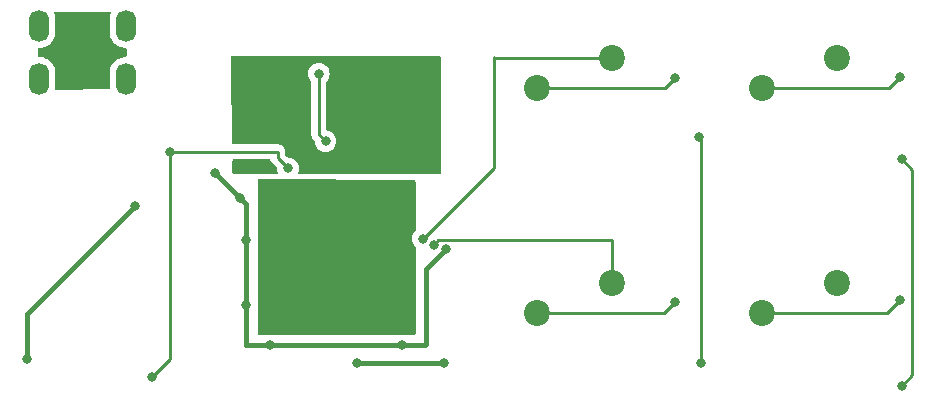
<source format=gtl>
G04 #@! TF.GenerationSoftware,KiCad,Pcbnew,(6.0.11)*
G04 #@! TF.CreationDate,2023-02-25T22:31:06-07:00*
G04 #@! TF.ProjectId,Stubborness,53747562-626f-4726-9e65-73732e6b6963,rev?*
G04 #@! TF.SameCoordinates,Original*
G04 #@! TF.FileFunction,Copper,L1,Top*
G04 #@! TF.FilePolarity,Positive*
%FSLAX46Y46*%
G04 Gerber Fmt 4.6, Leading zero omitted, Abs format (unit mm)*
G04 Created by KiCad (PCBNEW (6.0.11)) date 2023-02-25 22:31:06*
%MOMM*%
%LPD*%
G01*
G04 APERTURE LIST*
G04 #@! TA.AperFunction,ComponentPad*
%ADD10C,2.200000*%
G04 #@! TD*
G04 #@! TA.AperFunction,ComponentPad*
%ADD11O,1.700000X2.700000*%
G04 #@! TD*
G04 #@! TA.AperFunction,ViaPad*
%ADD12C,0.800000*%
G04 #@! TD*
G04 #@! TA.AperFunction,Conductor*
%ADD13C,0.381000*%
G04 #@! TD*
G04 #@! TA.AperFunction,Conductor*
%ADD14C,0.254000*%
G04 #@! TD*
G04 APERTURE END LIST*
D10*
G04 #@! TO.P,MX4,1,COL*
G04 #@! TO.N,COL1*
X100965000Y-148907500D03*
G04 #@! TO.P,MX4,2,ROW*
G04 #@! TO.N,Net-(D4-Pad2)*
X94615000Y-151447500D03*
G04 #@! TD*
G04 #@! TO.P,MX3,1,COL*
G04 #@! TO.N,COL1*
X81915000Y-148907500D03*
G04 #@! TO.P,MX3,2,ROW*
G04 #@! TO.N,Net-(D3-Pad2)*
X75565000Y-151447500D03*
G04 #@! TD*
G04 #@! TO.P,MX1,1,COL*
G04 #@! TO.N,COL0*
X81915000Y-129857500D03*
G04 #@! TO.P,MX1,2,ROW*
G04 #@! TO.N,Net-(D1-Pad2)*
X75565000Y-132397500D03*
G04 #@! TD*
G04 #@! TO.P,MX2,1,COL*
G04 #@! TO.N,COL0*
X100965000Y-129857500D03*
G04 #@! TO.P,MX2,2,ROW*
G04 #@! TO.N,Net-(D2-Pad2)*
X94615000Y-132397500D03*
G04 #@! TD*
D11*
G04 #@! TO.P,USB1,6,SHIELD*
G04 #@! TO.N,unconnected-(USB1-Pad6)*
X40734000Y-131627000D03*
X33434000Y-127127000D03*
X40734000Y-127127000D03*
X33434000Y-131627000D03*
G04 #@! TD*
D12*
G04 #@! TO.N,+5V*
X50927000Y-145288000D03*
X50419000Y-141732000D03*
X48307000Y-139620000D03*
X50927000Y-150749000D03*
X52959000Y-154178000D03*
X67818000Y-146050000D03*
X64135000Y-154178000D03*
G04 #@! TO.N,GND*
X60325000Y-155702000D03*
X67691000Y-155702000D03*
X32385000Y-155321000D03*
X41529000Y-142367000D03*
G04 #@! TO.N,Net-(C4-Pad2)*
X57658000Y-136906000D03*
X57094500Y-131191000D03*
G04 #@! TO.N,ROW0*
X89408000Y-155702000D03*
X89281000Y-136525000D03*
G04 #@! TO.N,Net-(D1-Pad2)*
X87249000Y-131572000D03*
G04 #@! TO.N,ROW1*
X106426000Y-157607000D03*
X106426000Y-138430000D03*
G04 #@! TO.N,Net-(D2-Pad2)*
X106299000Y-131445000D03*
G04 #@! TO.N,Net-(D3-Pad2)*
X87249000Y-150495000D03*
G04 #@! TO.N,Net-(D4-Pad2)*
X106299000Y-150368000D03*
G04 #@! TO.N,COL0*
X65913000Y-145161000D03*
G04 #@! TO.N,COL1*
X66802000Y-145669000D03*
G04 #@! TO.N,Net-(R3-Pad2)*
X44450000Y-137795000D03*
X42926000Y-156845000D03*
X54483000Y-139192000D03*
G04 #@! TD*
D13*
G04 #@! TO.N,+5V*
X50419000Y-141732000D02*
X50927000Y-142240000D01*
X50927000Y-150749000D02*
X50927000Y-154178000D01*
X52959000Y-154178000D02*
X66040000Y-154178000D01*
X50927000Y-154178000D02*
X52959000Y-154178000D01*
X48307000Y-139620000D02*
X50419000Y-141732000D01*
X66040000Y-154178000D02*
X66167000Y-154051000D01*
X66167000Y-154051000D02*
X66167000Y-147701000D01*
X50927000Y-142240000D02*
X50927000Y-145288000D01*
X50927000Y-145288000D02*
X50927000Y-150749000D01*
X66167000Y-147701000D02*
X67818000Y-146050000D01*
G04 #@! TO.N,GND*
X32385000Y-155321000D02*
X32385000Y-151511000D01*
X67691000Y-155702000D02*
X60325000Y-155702000D01*
X32385000Y-151511000D02*
X41529000Y-142367000D01*
D14*
G04 #@! TO.N,Net-(C4-Pad2)*
X57094500Y-136342500D02*
X57658000Y-136906000D01*
X57094500Y-131191000D02*
X57094500Y-136342500D01*
G04 #@! TO.N,ROW0*
X89408000Y-136652000D02*
X89281000Y-136525000D01*
X89408000Y-155702000D02*
X89408000Y-136652000D01*
G04 #@! TO.N,Net-(D1-Pad2)*
X75565000Y-132397500D02*
X86423500Y-132397500D01*
X86423500Y-132397500D02*
X87249000Y-131572000D01*
G04 #@! TO.N,ROW1*
X107315000Y-156718000D02*
X107315000Y-139319000D01*
X106426000Y-157607000D02*
X107315000Y-156718000D01*
X107315000Y-139319000D02*
X106426000Y-138430000D01*
G04 #@! TO.N,Net-(D2-Pad2)*
X105346500Y-132397500D02*
X106299000Y-131445000D01*
X94615000Y-132397500D02*
X105346500Y-132397500D01*
G04 #@! TO.N,Net-(D3-Pad2)*
X75565000Y-151447500D02*
X86296500Y-151447500D01*
X86296500Y-151447500D02*
X87249000Y-150495000D01*
G04 #@! TO.N,Net-(D4-Pad2)*
X94615000Y-151447500D02*
X105219500Y-151447500D01*
X105219500Y-151447500D02*
X106299000Y-150368000D01*
G04 #@! TO.N,COL0*
X71882000Y-129794000D02*
X71945500Y-129857500D01*
X71882000Y-139192000D02*
X71882000Y-129794000D01*
X65913000Y-145161000D02*
X71882000Y-139192000D01*
X71945500Y-129857500D02*
X81915000Y-129857500D01*
G04 #@! TO.N,COL1*
X67183000Y-145288000D02*
X81915000Y-145288000D01*
X66802000Y-145669000D02*
X67183000Y-145288000D01*
X81915000Y-145288000D02*
X81915000Y-148907500D01*
G04 #@! TO.N,Net-(R3-Pad2)*
X53594000Y-138303000D02*
X53594000Y-137795000D01*
X44450000Y-137795000D02*
X44450000Y-155321000D01*
X44450000Y-155321000D02*
X42926000Y-156845000D01*
X44450000Y-137795000D02*
X53594000Y-137795000D01*
X54483000Y-139192000D02*
X53594000Y-138303000D01*
G04 #@! TD*
G04 #@! TA.AperFunction,NonConductor*
G36*
X65153201Y-140206811D02*
G01*
X65221127Y-140227461D01*
X65267107Y-140281557D01*
X65278000Y-140332805D01*
X65278000Y-144460141D01*
X65257998Y-144528262D01*
X65245638Y-144544450D01*
X65173960Y-144624056D01*
X65078473Y-144789444D01*
X65019458Y-144971072D01*
X64999496Y-145161000D01*
X65019458Y-145350928D01*
X65078473Y-145532556D01*
X65173960Y-145697944D01*
X65178378Y-145702851D01*
X65178379Y-145702852D01*
X65245636Y-145777548D01*
X65276353Y-145841556D01*
X65278000Y-145861859D01*
X65278000Y-153163000D01*
X65257998Y-153231121D01*
X65204342Y-153277614D01*
X65152000Y-153289000D01*
X64335472Y-153289000D01*
X64309275Y-153286247D01*
X64236944Y-153270872D01*
X64236939Y-153270872D01*
X64230487Y-153269500D01*
X64039513Y-153269500D01*
X64033061Y-153270872D01*
X64033056Y-153270872D01*
X63960725Y-153286247D01*
X63934528Y-153289000D01*
X53159472Y-153289000D01*
X53133275Y-153286247D01*
X53060944Y-153270872D01*
X53060939Y-153270872D01*
X53054487Y-153269500D01*
X52863513Y-153269500D01*
X52857061Y-153270872D01*
X52857056Y-153270872D01*
X52784725Y-153286247D01*
X52758528Y-153289000D01*
X52069000Y-153289000D01*
X52000879Y-153268998D01*
X51954386Y-153215342D01*
X51943000Y-153163000D01*
X51943000Y-140208205D01*
X51963002Y-140140084D01*
X52016658Y-140093591D01*
X52070198Y-140082211D01*
X65153201Y-140206811D01*
G37*
G04 #@! TD.AperFunction*
G04 #@! TA.AperFunction,NonConductor*
G36*
X39433347Y-125941002D02*
G01*
X39479840Y-125994658D01*
X39489944Y-126064932D01*
X39483665Y-126089991D01*
X39453125Y-126174128D01*
X39417663Y-126271825D01*
X39416714Y-126277074D01*
X39416713Y-126277077D01*
X39377377Y-126494608D01*
X39377376Y-126494615D01*
X39376639Y-126498692D01*
X39375500Y-126522844D01*
X39375500Y-127684890D01*
X39390080Y-127856720D01*
X39391418Y-127861875D01*
X39391419Y-127861881D01*
X39446657Y-128074703D01*
X39447999Y-128079872D01*
X39542688Y-128290075D01*
X39671441Y-128481319D01*
X39830576Y-128648135D01*
X40015542Y-128785754D01*
X40020293Y-128788170D01*
X40020297Y-128788172D01*
X40118297Y-128837997D01*
X40221051Y-128890240D01*
X40226145Y-128891822D01*
X40226148Y-128891823D01*
X40426020Y-128953885D01*
X40441227Y-128958607D01*
X40446516Y-128959308D01*
X40664489Y-128988198D01*
X40664494Y-128988198D01*
X40669774Y-128988898D01*
X40675104Y-128988698D01*
X40675106Y-128988698D01*
X40697112Y-128987872D01*
X40765935Y-129005305D01*
X40814408Y-129057179D01*
X40827817Y-129116074D01*
X40818195Y-129645284D01*
X40796958Y-129713029D01*
X40742466Y-129758539D01*
X40696943Y-129768904D01*
X40608814Y-129772213D01*
X40567842Y-129773751D01*
X40342209Y-129821093D01*
X40337250Y-129823051D01*
X40337248Y-129823052D01*
X40132744Y-129903815D01*
X40132742Y-129903816D01*
X40127779Y-129905776D01*
X40123220Y-129908543D01*
X40123217Y-129908544D01*
X40024832Y-129968246D01*
X39930683Y-130025377D01*
X39926653Y-130028874D01*
X39833484Y-130109722D01*
X39756555Y-130176477D01*
X39753168Y-130180608D01*
X39613760Y-130350627D01*
X39613756Y-130350633D01*
X39610376Y-130354755D01*
X39496325Y-130555114D01*
X39417663Y-130771825D01*
X39416714Y-130777074D01*
X39416713Y-130777077D01*
X39377377Y-130994608D01*
X39377376Y-130994615D01*
X39376639Y-130998692D01*
X39375500Y-131022844D01*
X39375500Y-132184890D01*
X39375725Y-132187539D01*
X39389530Y-132350243D01*
X39375359Y-132419811D01*
X39325826Y-132470674D01*
X39266154Y-132486877D01*
X34888835Y-132562348D01*
X34820381Y-132543524D01*
X34772970Y-132490677D01*
X34762675Y-132413946D01*
X34790623Y-132259392D01*
X34790624Y-132259385D01*
X34791361Y-132255308D01*
X34792500Y-132231156D01*
X34792500Y-131069110D01*
X34777920Y-130897280D01*
X34776582Y-130892125D01*
X34776581Y-130892119D01*
X34721343Y-130679297D01*
X34721342Y-130679293D01*
X34720001Y-130674128D01*
X34625312Y-130463925D01*
X34496559Y-130272681D01*
X34337424Y-130105865D01*
X34152458Y-129968246D01*
X34147707Y-129965830D01*
X34147703Y-129965828D01*
X34025731Y-129903815D01*
X33946949Y-129863760D01*
X33941855Y-129862178D01*
X33941852Y-129862177D01*
X33731871Y-129796976D01*
X33726773Y-129795393D01*
X33721484Y-129794692D01*
X33503511Y-129765802D01*
X33503506Y-129765802D01*
X33498226Y-129765102D01*
X33492897Y-129765302D01*
X33492895Y-129765302D01*
X33426588Y-129767791D01*
X33357765Y-129750359D01*
X33309292Y-129698485D01*
X33295942Y-129646377D01*
X33277080Y-129118236D01*
X33294638Y-129049445D01*
X33346600Y-129001067D01*
X33398273Y-128987828D01*
X33600158Y-128980249D01*
X33825791Y-128932907D01*
X33830750Y-128930949D01*
X33830752Y-128930948D01*
X34035256Y-128850185D01*
X34035258Y-128850184D01*
X34040221Y-128848224D01*
X34139184Y-128788172D01*
X34232757Y-128731390D01*
X34232756Y-128731390D01*
X34237317Y-128728623D01*
X34241347Y-128725126D01*
X34407412Y-128581023D01*
X34407414Y-128581021D01*
X34411445Y-128577523D01*
X34445516Y-128535970D01*
X34554240Y-128403373D01*
X34554244Y-128403367D01*
X34557624Y-128399245D01*
X34671675Y-128198886D01*
X34750337Y-127982175D01*
X34773023Y-127856720D01*
X34790623Y-127759392D01*
X34790624Y-127759385D01*
X34791361Y-127755308D01*
X34792500Y-127731156D01*
X34792500Y-126569110D01*
X34777920Y-126397280D01*
X34776582Y-126392125D01*
X34776581Y-126392119D01*
X34721343Y-126179297D01*
X34721342Y-126179293D01*
X34720001Y-126174128D01*
X34686046Y-126098750D01*
X34676305Y-126028425D01*
X34706131Y-125963997D01*
X34766054Y-125925922D01*
X34800928Y-125921000D01*
X39365226Y-125921000D01*
X39433347Y-125941002D01*
G37*
G04 #@! TD.AperFunction*
G04 #@! TA.AperFunction,NonConductor*
G36*
X67379121Y-129687002D02*
G01*
X67425614Y-129740658D01*
X67437000Y-129793000D01*
X67437000Y-139574000D01*
X67416998Y-139642121D01*
X67363342Y-139688614D01*
X67311000Y-139700000D01*
X55446618Y-139700000D01*
X55378497Y-139679998D01*
X55332004Y-139626342D01*
X55321900Y-139556068D01*
X55326785Y-139535064D01*
X55374502Y-139388206D01*
X55376542Y-139381928D01*
X55382328Y-139326882D01*
X55395814Y-139198565D01*
X55396504Y-139192000D01*
X55386386Y-139095733D01*
X55377232Y-139008635D01*
X55377232Y-139008633D01*
X55376542Y-139002072D01*
X55317527Y-138820444D01*
X55222040Y-138655056D01*
X55094253Y-138513134D01*
X54995157Y-138441136D01*
X54945094Y-138404763D01*
X54945093Y-138404762D01*
X54939752Y-138400882D01*
X54933724Y-138398198D01*
X54933722Y-138398197D01*
X54771319Y-138325891D01*
X54771318Y-138325891D01*
X54765288Y-138323206D01*
X54671888Y-138303353D01*
X54584944Y-138284872D01*
X54584939Y-138284872D01*
X54578487Y-138283500D01*
X54525423Y-138283500D01*
X54457302Y-138263498D01*
X54436328Y-138246595D01*
X54266405Y-138076672D01*
X54232379Y-138014360D01*
X54229500Y-137987577D01*
X54229500Y-137866983D01*
X54231732Y-137843374D01*
X54231802Y-137843009D01*
X54231802Y-137843004D01*
X54233287Y-137835221D01*
X54229749Y-137778986D01*
X54229500Y-137771075D01*
X54229500Y-137755017D01*
X54229003Y-137751082D01*
X54227487Y-137739077D01*
X54226743Y-137731201D01*
X54223703Y-137682884D01*
X54223703Y-137682882D01*
X54223205Y-137674973D01*
X54220756Y-137667435D01*
X54220755Y-137667431D01*
X54220641Y-137667080D01*
X54215469Y-137643944D01*
X54215421Y-137643565D01*
X54215420Y-137643560D01*
X54214427Y-137635701D01*
X54211511Y-137628336D01*
X54211510Y-137628332D01*
X54193680Y-137583300D01*
X54190998Y-137575850D01*
X54176038Y-137529806D01*
X54176037Y-137529803D01*
X54173588Y-137522267D01*
X54169345Y-137515580D01*
X54169343Y-137515577D01*
X54169140Y-137515258D01*
X54158374Y-137494128D01*
X54158237Y-137493783D01*
X54155319Y-137486412D01*
X54122196Y-137440821D01*
X54117749Y-137434277D01*
X54091805Y-137393396D01*
X54091802Y-137393393D01*
X54087553Y-137386697D01*
X54081504Y-137381017D01*
X54065818Y-137363224D01*
X54065602Y-137362927D01*
X54060942Y-137356513D01*
X54017523Y-137320594D01*
X54011592Y-137315364D01*
X53984069Y-137289519D01*
X53970506Y-137276783D01*
X53963562Y-137272965D01*
X53963560Y-137272964D01*
X53963232Y-137272784D01*
X53943621Y-137259456D01*
X53943338Y-137259222D01*
X53943334Y-137259219D01*
X53937224Y-137254165D01*
X53886236Y-137230172D01*
X53879204Y-137226590D01*
X53829803Y-137199431D01*
X53822129Y-137197461D01*
X53822127Y-137197460D01*
X53821924Y-137197408D01*
X53821765Y-137197367D01*
X53799452Y-137189334D01*
X53799116Y-137189176D01*
X53799113Y-137189175D01*
X53791941Y-137185800D01*
X53784156Y-137184315D01*
X53784153Y-137184314D01*
X53736588Y-137175241D01*
X53728863Y-137173514D01*
X53705684Y-137167563D01*
X53674282Y-137159500D01*
X53665983Y-137159500D01*
X53642374Y-137157268D01*
X53642009Y-137157198D01*
X53642004Y-137157198D01*
X53634221Y-137155713D01*
X53577987Y-137159251D01*
X53570075Y-137159500D01*
X49876257Y-137159500D01*
X49808136Y-137139498D01*
X49761643Y-137085842D01*
X49750267Y-137035095D01*
X49741956Y-136378527D01*
X49676291Y-131191000D01*
X56180996Y-131191000D01*
X56200958Y-131380928D01*
X56259973Y-131562556D01*
X56355460Y-131727944D01*
X56359878Y-131732851D01*
X56359879Y-131732852D01*
X56426636Y-131806993D01*
X56457354Y-131871000D01*
X56459000Y-131891303D01*
X56459000Y-136263480D01*
X56458470Y-136274714D01*
X56456792Y-136282219D01*
X56457041Y-136290138D01*
X56458938Y-136350512D01*
X56459000Y-136354469D01*
X56459000Y-136382483D01*
X56459496Y-136386408D01*
X56459496Y-136386409D01*
X56459508Y-136386504D01*
X56460441Y-136398349D01*
X56461835Y-136442705D01*
X56464047Y-136450317D01*
X56467513Y-136462248D01*
X56471523Y-136481612D01*
X56474073Y-136501799D01*
X56476989Y-136509163D01*
X56476990Y-136509168D01*
X56490407Y-136543056D01*
X56494252Y-136554285D01*
X56506631Y-136596893D01*
X56510669Y-136603720D01*
X56510670Y-136603723D01*
X56516988Y-136614406D01*
X56525688Y-136632164D01*
X56530261Y-136643715D01*
X56530265Y-136643721D01*
X56533181Y-136651088D01*
X56537839Y-136657499D01*
X56537840Y-136657501D01*
X56559264Y-136686988D01*
X56565781Y-136696910D01*
X56584326Y-136728268D01*
X56584329Y-136728272D01*
X56588366Y-136735098D01*
X56602750Y-136749482D01*
X56615591Y-136764516D01*
X56627558Y-136780987D01*
X56633666Y-136786040D01*
X56661755Y-136809277D01*
X56670535Y-136817267D01*
X56711210Y-136857942D01*
X56745236Y-136920254D01*
X56747425Y-136933865D01*
X56764458Y-137095928D01*
X56823473Y-137277556D01*
X56826776Y-137283278D01*
X56826777Y-137283279D01*
X56846864Y-137318071D01*
X56918960Y-137442944D01*
X56923378Y-137447851D01*
X56923379Y-137447852D01*
X56965046Y-137494128D01*
X57046747Y-137584866D01*
X57106573Y-137628332D01*
X57181657Y-137682884D01*
X57201248Y-137697118D01*
X57207276Y-137699802D01*
X57207278Y-137699803D01*
X57340195Y-137758981D01*
X57375712Y-137774794D01*
X57469112Y-137794647D01*
X57556056Y-137813128D01*
X57556061Y-137813128D01*
X57562513Y-137814500D01*
X57753487Y-137814500D01*
X57759939Y-137813128D01*
X57759944Y-137813128D01*
X57846888Y-137794647D01*
X57940288Y-137774794D01*
X57975805Y-137758981D01*
X58108722Y-137699803D01*
X58108724Y-137699802D01*
X58114752Y-137697118D01*
X58134344Y-137682884D01*
X58209427Y-137628332D01*
X58269253Y-137584866D01*
X58350954Y-137494128D01*
X58392621Y-137447852D01*
X58392622Y-137447851D01*
X58397040Y-137442944D01*
X58469136Y-137318071D01*
X58489223Y-137283279D01*
X58489224Y-137283278D01*
X58492527Y-137277556D01*
X58551542Y-137095928D01*
X58571504Y-136906000D01*
X58555791Y-136756497D01*
X58552232Y-136722635D01*
X58552232Y-136722633D01*
X58551542Y-136716072D01*
X58492527Y-136534444D01*
X58397040Y-136369056D01*
X58382120Y-136352485D01*
X58273675Y-136232045D01*
X58273674Y-136232044D01*
X58269253Y-136227134D01*
X58114752Y-136114882D01*
X58108724Y-136112198D01*
X58108722Y-136112197D01*
X57946319Y-136039891D01*
X57946318Y-136039891D01*
X57940288Y-136037206D01*
X57829802Y-136013721D01*
X57767330Y-135979994D01*
X57733008Y-135917844D01*
X57730000Y-135890475D01*
X57730000Y-131891303D01*
X57750002Y-131823182D01*
X57762364Y-131806993D01*
X57829121Y-131732852D01*
X57829122Y-131732851D01*
X57833540Y-131727944D01*
X57929027Y-131562556D01*
X57988042Y-131380928D01*
X58008004Y-131191000D01*
X57988042Y-131001072D01*
X57929027Y-130819444D01*
X57833540Y-130654056D01*
X57705753Y-130512134D01*
X57551252Y-130399882D01*
X57545224Y-130397198D01*
X57545222Y-130397197D01*
X57382819Y-130324891D01*
X57382818Y-130324891D01*
X57376788Y-130322206D01*
X57283387Y-130302353D01*
X57196444Y-130283872D01*
X57196439Y-130283872D01*
X57189987Y-130282500D01*
X56999013Y-130282500D01*
X56992561Y-130283872D01*
X56992556Y-130283872D01*
X56905613Y-130302353D01*
X56812212Y-130322206D01*
X56806182Y-130324891D01*
X56806181Y-130324891D01*
X56643778Y-130397197D01*
X56643776Y-130397198D01*
X56637748Y-130399882D01*
X56483247Y-130512134D01*
X56355460Y-130654056D01*
X56259973Y-130819444D01*
X56200958Y-131001072D01*
X56180996Y-131191000D01*
X49676291Y-131191000D01*
X49658615Y-129794595D01*
X49677753Y-129726226D01*
X49730816Y-129679058D01*
X49784605Y-129667000D01*
X67311000Y-129667000D01*
X67379121Y-129687002D01*
G37*
G04 #@! TD.AperFunction*
G04 #@! TA.AperFunction,NonConductor*
G36*
X52942783Y-138450502D02*
G01*
X52989276Y-138504158D01*
X52995659Y-138521348D01*
X53006131Y-138557393D01*
X53010169Y-138564220D01*
X53010170Y-138564223D01*
X53016488Y-138574906D01*
X53025188Y-138592664D01*
X53029761Y-138604215D01*
X53029765Y-138604221D01*
X53032681Y-138611588D01*
X53037339Y-138617999D01*
X53037340Y-138618001D01*
X53058764Y-138647488D01*
X53065281Y-138657410D01*
X53083826Y-138688768D01*
X53083829Y-138688772D01*
X53087866Y-138695598D01*
X53102250Y-138709982D01*
X53115091Y-138725016D01*
X53127058Y-138741487D01*
X53133166Y-138746540D01*
X53161255Y-138769777D01*
X53170035Y-138777767D01*
X53536210Y-139143942D01*
X53570236Y-139206254D01*
X53572425Y-139219867D01*
X53583673Y-139326882D01*
X53589458Y-139381928D01*
X53591498Y-139388206D01*
X53639215Y-139535064D01*
X53641243Y-139606031D01*
X53604580Y-139666829D01*
X53540868Y-139698155D01*
X53519382Y-139700000D01*
X49908415Y-139700000D01*
X49840294Y-139679998D01*
X49793801Y-139626342D01*
X49782425Y-139575595D01*
X49780053Y-139388206D01*
X49769545Y-138558093D01*
X49788683Y-138489726D01*
X49841746Y-138442558D01*
X49895535Y-138430500D01*
X52874662Y-138430500D01*
X52942783Y-138450502D01*
G37*
G04 #@! TD.AperFunction*
M02*

</source>
